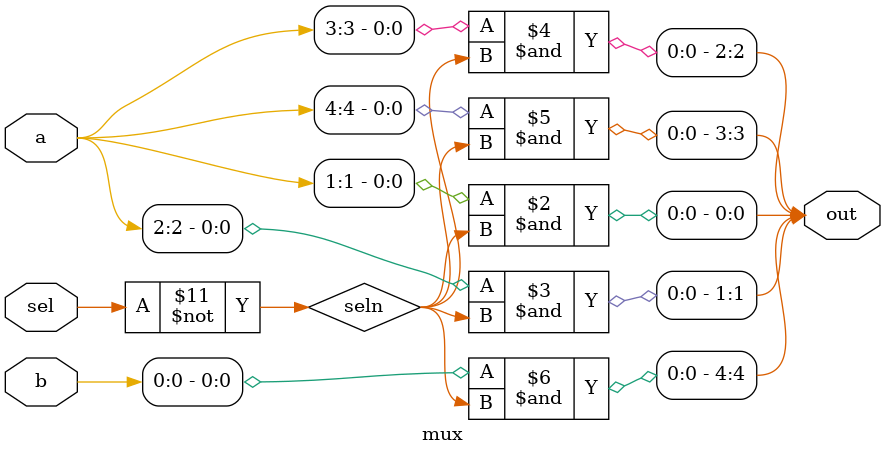
<source format=v>
module mux( 
input [4:0] a, b,
input sel,
output [4:0] out );
// When sel=0, assign a to out. 
// When sel=1, assign b to out. 
 not(seln, sel);
 and(outn, a[0], seln);
 and(out[0], a[1], seln);
 and(out[1], a[2], seln);
 and(out[2], a[3], seln);
 and(out[3], a[4], seln);
 and(out[4], b[0], seln);
 and(out[5], b[1], seln);
 and(out[6], b[2], seln);
 and(out[7], b[3], seln);
 and(out[8], b[4], seln);
endmodule

</source>
